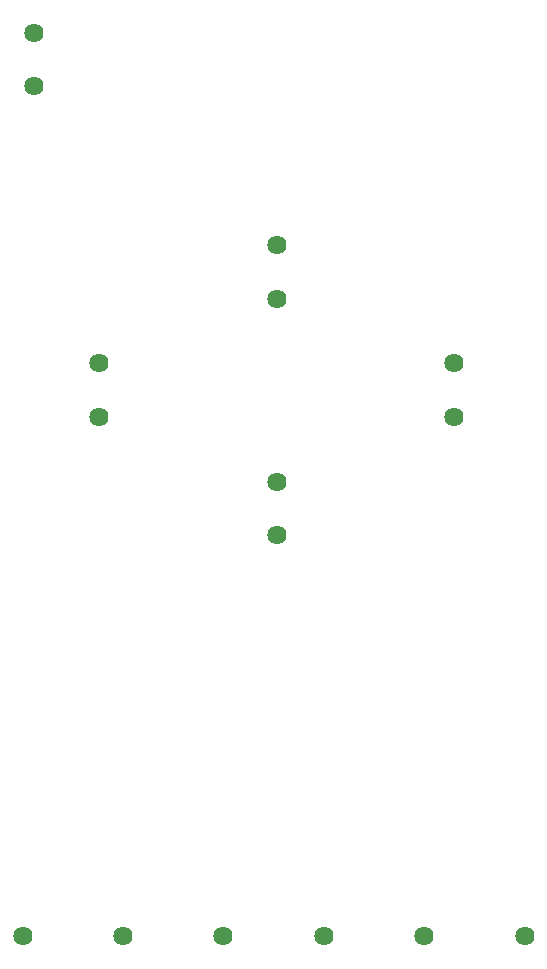
<source format=gbs>
G04 Layer: BottomSolderMaskLayer*
G04 EasyEDA v6.5.47, 2024-10-11 02:17:36*
G04 14285fc0a42144bbae4d0c78d6d6beb8,143eb33344fd4f53ace86dd544093ce2,10*
G04 Gerber Generator version 0.2*
G04 Scale: 100 percent, Rotated: No, Reflected: No *
G04 Dimensions in millimeters *
G04 leading zeros omitted , absolute positions ,4 integer and 5 decimal *
%FSLAX45Y45*%
%MOMM*%

%ADD10C,1.6256*%

%LPD*%
D10*
G01*
X3900017Y-9349994D03*
G01*
X3049981Y-9349994D03*
G01*
X1350010Y-9349994D03*
G01*
X2199995Y-9349994D03*
G01*
X500024Y-9349994D03*
G01*
X4750003Y-9349994D03*
G01*
X4150004Y-4950002D03*
G01*
X4150004Y-4499990D03*
G01*
X2650007Y-3950004D03*
G01*
X2650007Y-3499993D03*
G01*
X1150010Y-4950002D03*
G01*
X1150010Y-4499990D03*
G01*
X2650007Y-5950000D03*
G01*
X2650007Y-5499988D03*
G01*
X600024Y-2150008D03*
G01*
X600024Y-1699996D03*
M02*

</source>
